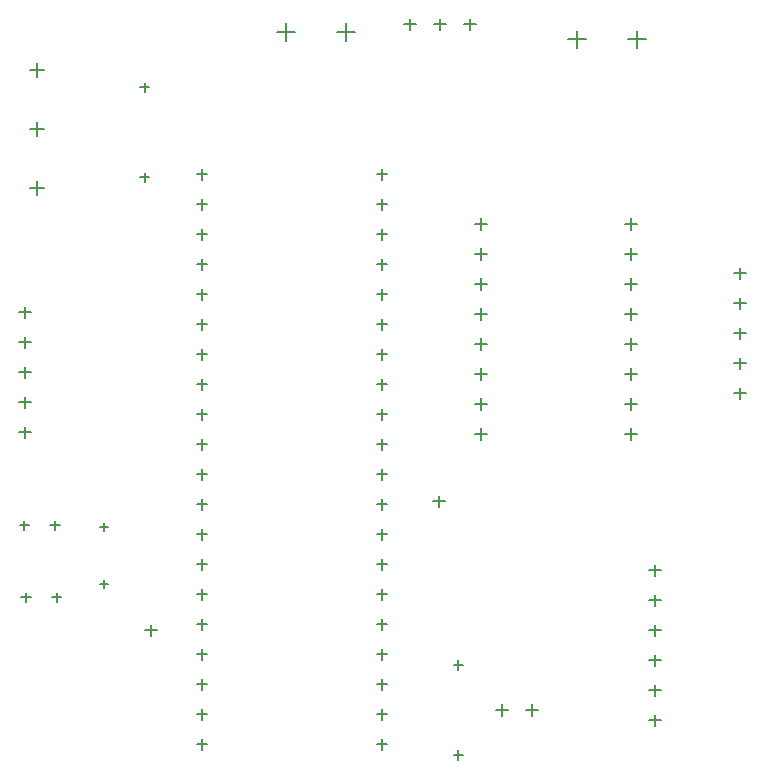
<source format=gbr>
%FSTAX23Y23*%
%MOIN*%
%SFA1B1*%

%IPPOS*%
%ADD39C,0.005000*%
%LNpcb1_drillmap_1-1*%
%LPD*%
G54D39*
X02376Y03548D02*
X02423D01*
X024Y03525D02*
Y03572D01*
X02376Y03351D02*
X02423D01*
X024Y03328D02*
Y03375D01*
X02376Y03155D02*
X02423D01*
X024Y03131D02*
Y03178D01*
X0437Y0365D02*
X04429D01*
X044Y0362D02*
Y03679D01*
X0417Y0365D02*
X04229D01*
X042Y0362D02*
Y03679D01*
X03825Y037D02*
X03864D01*
X03845Y0368D02*
Y03719D01*
X03725Y037D02*
X03764D01*
X03745Y0368D02*
Y03719D01*
X03625Y037D02*
X03664D01*
X03645Y0368D02*
Y03719D01*
X03789Y01565D02*
X0382D01*
X03805Y01549D02*
Y0158D01*
X03789Y01265D02*
X0382D01*
X03805Y01249D02*
Y0128D01*
X0403Y01415D02*
X0407D01*
X0405Y01395D02*
Y01435D01*
X0393Y01415D02*
X0397D01*
X0395Y01395D02*
Y01435D01*
X02744Y0349D02*
X02775D01*
X0276Y03474D02*
Y03505D01*
X02744Y0319D02*
X02775D01*
X0276Y03174D02*
Y03205D01*
X0234Y0234D02*
X02379D01*
X0236Y0232D02*
Y02359D01*
X0234Y0244D02*
X02379D01*
X0236Y0242D02*
Y02459D01*
X0234Y0254D02*
X02379D01*
X0236Y0252D02*
Y02559D01*
X0234Y0264D02*
X02379D01*
X0236Y0262D02*
Y02659D01*
X0234Y0274D02*
X02379D01*
X0236Y0272D02*
Y02759D01*
X02445Y0203D02*
X02476D01*
X02461Y02014D02*
Y02045D01*
X02343Y0203D02*
X02374D01*
X02358Y02014D02*
Y02045D01*
X02611Y02026D02*
X02638D01*
X02625Y02012D02*
Y02039D01*
X02611Y01833D02*
X02638D01*
X02625Y0182D02*
Y01847D01*
X0245Y0179D02*
X02481D01*
X02466Y01774D02*
Y01805D01*
X02348Y0179D02*
X02379D01*
X02363Y01774D02*
Y01805D01*
X034Y03675D02*
X03459D01*
X0343Y03645D02*
Y03704D01*
X032Y03675D02*
X03259D01*
X0323Y03645D02*
Y03704D01*
X03532Y013D02*
X03567D01*
X0355Y01282D02*
Y01317D01*
X03532Y014D02*
X03567D01*
X0355Y01382D02*
Y01417D01*
X03532Y015D02*
X03567D01*
X0355Y01482D02*
Y01517D01*
X03532Y016D02*
X03567D01*
X0355Y01582D02*
Y01617D01*
X03532Y017D02*
X03567D01*
X0355Y01682D02*
Y01717D01*
X03532Y018D02*
X03567D01*
X0355Y01782D02*
Y01817D01*
X03532Y019D02*
X03567D01*
X0355Y01882D02*
Y01917D01*
X03532Y02D02*
X03567D01*
X0355Y01982D02*
Y02017D01*
X03532Y021D02*
X03567D01*
X0355Y02082D02*
Y02117D01*
X03532Y022D02*
X03567D01*
X0355Y02182D02*
Y02217D01*
X03532Y023D02*
X03567D01*
X0355Y02282D02*
Y02317D01*
X03532Y024D02*
X03567D01*
X0355Y02382D02*
Y02417D01*
X03532Y025D02*
X03567D01*
X0355Y02482D02*
Y02517D01*
X03532Y026D02*
X03567D01*
X0355Y02582D02*
Y02617D01*
X03532Y027D02*
X03567D01*
X0355Y02682D02*
Y02717D01*
X03532Y028D02*
X03567D01*
X0355Y02782D02*
Y02817D01*
X03532Y029D02*
X03567D01*
X0355Y02882D02*
Y02917D01*
X03532Y03D02*
X03567D01*
X0355Y02982D02*
Y03017D01*
X03532Y031D02*
X03567D01*
X0355Y03082D02*
Y03117D01*
X03532Y032D02*
X03567D01*
X0355Y03182D02*
Y03217D01*
X02932Y013D02*
X02967D01*
X0295Y01282D02*
Y01317D01*
X02932Y014D02*
X02967D01*
X0295Y01382D02*
Y01417D01*
X02932Y015D02*
X02967D01*
X0295Y01482D02*
Y01517D01*
X02932Y016D02*
X02967D01*
X0295Y01582D02*
Y01617D01*
X02932Y017D02*
X02967D01*
X0295Y01682D02*
Y01717D01*
X02932Y018D02*
X02967D01*
X0295Y01782D02*
Y01817D01*
X02932Y019D02*
X02967D01*
X0295Y01882D02*
Y01917D01*
X02932Y02D02*
X02967D01*
X0295Y01982D02*
Y02017D01*
X02932Y021D02*
X02967D01*
X0295Y02082D02*
Y02117D01*
X02932Y022D02*
X02967D01*
X0295Y02182D02*
Y02217D01*
X02932Y023D02*
X02967D01*
X0295Y02282D02*
Y02317D01*
X02932Y024D02*
X02967D01*
X0295Y02382D02*
Y02417D01*
X02932Y025D02*
X02967D01*
X0295Y02482D02*
Y02517D01*
X02932Y026D02*
X02967D01*
X0295Y02582D02*
Y02617D01*
X02932Y027D02*
X02967D01*
X0295Y02682D02*
Y02717D01*
X02932Y028D02*
X02967D01*
X0295Y02782D02*
Y02817D01*
X02932Y029D02*
X02967D01*
X0295Y02882D02*
Y02917D01*
X02932Y03D02*
X02967D01*
X0295Y02982D02*
Y03017D01*
X02932Y031D02*
X02967D01*
X0295Y03082D02*
Y03117D01*
X02932Y032D02*
X02967D01*
X0295Y03182D02*
Y03217D01*
X04725Y0247D02*
X04764D01*
X04745Y0245D02*
Y02489D01*
X04725Y0257D02*
X04764D01*
X04745Y0255D02*
Y02589D01*
X04725Y0267D02*
X04764D01*
X04745Y0265D02*
Y02689D01*
X04725Y0277D02*
X04764D01*
X04745Y0275D02*
Y02789D01*
X04725Y0287D02*
X04764D01*
X04745Y0285D02*
Y02889D01*
X04359Y02335D02*
X044D01*
X0438Y02314D02*
Y02355D01*
X04359Y02435D02*
X044D01*
X0438Y02414D02*
Y02455D01*
X04359Y02535D02*
X044D01*
X0438Y02514D02*
Y02555D01*
X04359Y02635D02*
X044D01*
X0438Y02614D02*
Y02655D01*
X04359Y02735D02*
X044D01*
X0438Y02714D02*
Y02755D01*
X04359Y02835D02*
X044D01*
X0438Y02814D02*
Y02855D01*
X04359Y02935D02*
X044D01*
X0438Y02914D02*
Y02955D01*
X04359Y03035D02*
X044D01*
X0438Y03014D02*
Y03055D01*
X03859Y03035D02*
X039D01*
X0388Y03014D02*
Y03055D01*
X03859Y02935D02*
X039D01*
X0388Y02914D02*
Y02955D01*
X03859Y02835D02*
X039D01*
X0388Y02814D02*
Y02855D01*
X03859Y02735D02*
X039D01*
X0388Y02714D02*
Y02755D01*
X03859Y02635D02*
X039D01*
X0388Y02614D02*
Y02655D01*
X03859Y02535D02*
X039D01*
X0388Y02514D02*
Y02555D01*
X03859Y02435D02*
X039D01*
X0388Y02414D02*
Y02455D01*
X03859Y02335D02*
X039D01*
X0388Y02314D02*
Y02355D01*
X0444Y0188D02*
X04479D01*
X0446Y0186D02*
Y01899D01*
X0444Y0178D02*
X04479D01*
X0446Y0176D02*
Y01799D01*
X0444Y0168D02*
X04479D01*
X0446Y0166D02*
Y01699D01*
X0444Y0158D02*
X04479D01*
X0446Y0156D02*
Y01599D01*
X0444Y0148D02*
X04479D01*
X0446Y0146D02*
Y01499D01*
X0444Y0138D02*
X04479D01*
X0446Y0136D02*
Y01399D01*
X0276Y0168D02*
X02799D01*
X0278Y0166D02*
Y01699D01*
X0372Y0211D02*
X03759D01*
X0374Y0209D02*
Y02129D01*
M02*
</source>
